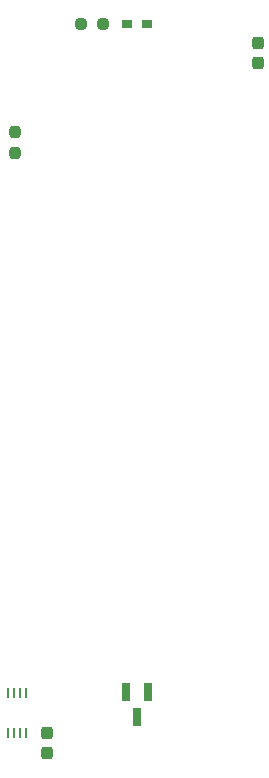
<source format=gbr>
G04 #@! TF.GenerationSoftware,KiCad,Pcbnew,8.0.4+dfsg-1*
G04 #@! TF.CreationDate,2025-02-20T14:08:20+09:00*
G04 #@! TF.ProjectId,bionic-hd6120,62696f6e-6963-42d6-9864-363132302e6b,3*
G04 #@! TF.SameCoordinates,Original*
G04 #@! TF.FileFunction,Paste,Top*
G04 #@! TF.FilePolarity,Positive*
%FSLAX46Y46*%
G04 Gerber Fmt 4.6, Leading zero omitted, Abs format (unit mm)*
G04 Created by KiCad (PCBNEW 8.0.4+dfsg-1) date 2025-02-20 14:08:20*
%MOMM*%
%LPD*%
G01*
G04 APERTURE LIST*
G04 Aperture macros list*
%AMRoundRect*
0 Rectangle with rounded corners*
0 $1 Rounding radius*
0 $2 $3 $4 $5 $6 $7 $8 $9 X,Y pos of 4 corners*
0 Add a 4 corners polygon primitive as box body*
4,1,4,$2,$3,$4,$5,$6,$7,$8,$9,$2,$3,0*
0 Add four circle primitives for the rounded corners*
1,1,$1+$1,$2,$3*
1,1,$1+$1,$4,$5*
1,1,$1+$1,$6,$7*
1,1,$1+$1,$8,$9*
0 Add four rect primitives between the rounded corners*
20,1,$1+$1,$2,$3,$4,$5,0*
20,1,$1+$1,$4,$5,$6,$7,0*
20,1,$1+$1,$6,$7,$8,$9,0*
20,1,$1+$1,$8,$9,$2,$3,0*%
G04 Aperture macros list end*
%ADD10RoundRect,0.237500X0.237500X-0.300000X0.237500X0.300000X-0.237500X0.300000X-0.237500X-0.300000X0*%
%ADD11R,0.965200X0.762000*%
%ADD12RoundRect,0.237500X-0.237500X0.250000X-0.237500X-0.250000X0.237500X-0.250000X0.237500X0.250000X0*%
%ADD13R,0.254000X0.965200*%
%ADD14RoundRect,0.237500X0.250000X0.237500X-0.250000X0.237500X-0.250000X-0.237500X0.250000X-0.237500X0*%
%ADD15R,0.660400X1.625600*%
G04 APERTURE END LIST*
D10*
X106080000Y-133500000D03*
X106080000Y-131775000D03*
D11*
X112836400Y-71778000D03*
X114589000Y-71778000D03*
D12*
X103387600Y-80873100D03*
X103387600Y-82698100D03*
D10*
X123910800Y-75080000D03*
X123910800Y-73355000D03*
D13*
X104276600Y-128420000D03*
X103776599Y-128420000D03*
X103276599Y-128420000D03*
X102776598Y-128420000D03*
X102776598Y-131772800D03*
X103276599Y-131772800D03*
X103776599Y-131772800D03*
X104276600Y-131772800D03*
D14*
X110802500Y-71778000D03*
X108977500Y-71778000D03*
D15*
X114650001Y-128320000D03*
X112749999Y-128320000D03*
X113700000Y-130452000D03*
M02*

</source>
